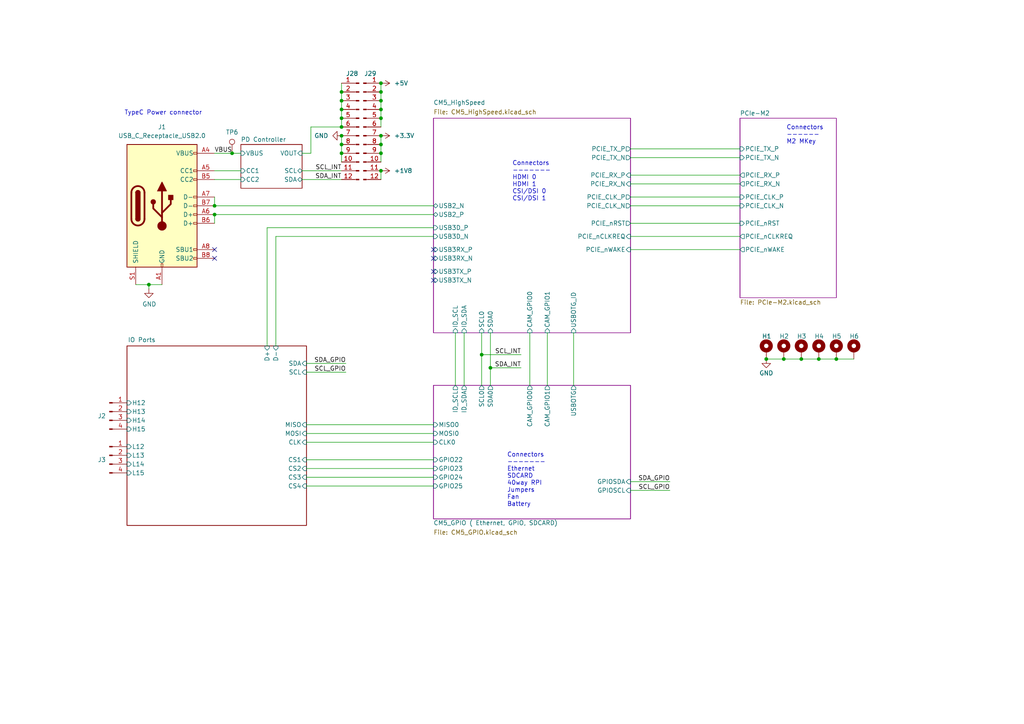
<source format=kicad_sch>
(kicad_sch (version 20231120) (generator "eeschema") (generator_version "8.0")
  (paper "A4")
  (title_block (title "Compute Module 5 IO Board - Top Level") (rev "1") (company "Copyright © 2024 Raspberry Pi Ltd.") (comment 1 "www.raspberrypi.com"))
  (lib_symbols
    (symbol "Connector:Conn_01x04_Pin" (pin_names (offset 1.016) hide)
      (property "Reference" "J" (at 0 5.08 0))
      (property "Value" "Conn_01x04_Pin" (at 0 -7.62 0))
      (symbol "Conn_01x04_Pin_1_1"
        (polyline (pts (xy 1.27 -5.08) (xy 0.8636 -5.08)) (stroke (width 0.1524)))
        (polyline (pts (xy 1.27 -2.54) (xy 0.8636 -2.54)) (stroke (width 0.1524)))
        (polyline (pts (xy 1.27 0) (xy 0.8636 0)) (stroke (width 0.1524)))
        (polyline (pts (xy 1.27 2.54) (xy 0.8636 2.54)) (stroke (width 0.1524)))
        (rectangle (start 0.8636 -4.953) (end 0 -5.207) (stroke (width 0.1524)) (fill (type outline)))
        (rectangle (start 0.8636 -2.413) (end 0 -2.667) (stroke (width 0.1524)) (fill (type outline)))
        (rectangle (start 0.8636 0.127) (end 0 -0.127) (stroke (width 0.1524)) (fill (type outline)))
        (rectangle (start 0.8636 2.667) (end 0 2.413) (stroke (width 0.1524)) (fill (type outline)))
        (pin passive line (at 5.08 2.54 180) (length 3.81) (name "Pin_1") (number "1"))
        (pin passive line (at 5.08 0 180) (length 3.81) (name "Pin_2") (number "2"))
        (pin passive line (at 5.08 -2.54 180) (length 3.81) (name "Pin_3") (number "3"))
        (pin passive line (at 5.08 -5.08 180) (length 3.81) (name "Pin_4") (number "4"))
      )
    )
    (symbol "Connector:Conn_01x12_Pin" (pin_names (offset 1.016) hide)
      (property "Reference" "J" (at 0 15.24 0))
      (property "Value" "Conn_01x12_Pin" (at 0 -17.78 0))
      (symbol "Conn_01x12_Pin_1_1"
        (polyline (pts (xy 1.27 -15.24) (xy 0.8636 -15.24)) (stroke (width 0.1524)))
        (polyline (pts (xy 1.27 -12.7) (xy 0.8636 -12.7)) (stroke (width 0.1524)))
        (polyline (pts (xy 1.27 -10.16) (xy 0.8636 -10.16)) (stroke (width 0.1524)))
        (polyline (pts (xy 1.27 -7.62) (xy 0.8636 -7.62)) (stroke (width 0.1524)))
        (polyline (pts (xy 1.27 -5.08) (xy 0.8636 -5.08)) (stroke (width 0.1524)))
        (polyline (pts (xy 1.27 -2.54) (xy 0.8636 -2.54)) (stroke (width 0.1524)))
        (polyline (pts (xy 1.27 0) (xy 0.8636 0)) (stroke (width 0.1524)))
        (polyline (pts (xy 1.27 2.54) (xy 0.8636 2.54)) (stroke (width 0.1524)))
        (polyline (pts (xy 1.27 5.08) (xy 0.8636 5.08)) (stroke (width 0.1524)))
        (polyline (pts (xy 1.27 7.62) (xy 0.8636 7.62)) (stroke (width 0.1524)))
        (polyline (pts (xy 1.27 10.16) (xy 0.8636 10.16)) (stroke (width 0.1524)))
        (polyline (pts (xy 1.27 12.7) (xy 0.8636 12.7)) (stroke (width 0.1524)))
        (rectangle (start 0.8636 -15.113) (end 0 -15.367) (stroke (width 0.1524)) (fill (type outline)))
        (rectangle (start 0.8636 -12.573) (end 0 -12.827) (stroke (width 0.1524)) (fill (type outline)))
        (rectangle (start 0.8636 -10.033) (end 0 -10.287) (stroke (width 0.1524)) (fill (type outline)))
        (rectangle (start 0.8636 -7.493) (end 0 -7.747) (stroke (width 0.1524)) (fill (type outline)))
        (rectangle (start 0.8636 -4.953) (end 0 -5.207) (stroke (width 0.1524)) (fill (type outline)))
        (rectangle (start 0.8636 -2.413) (end 0 -2.667) (stroke (width 0.1524)) (fill (type outline)))
        (rectangle (start 0.8636 0.127) (end 0 -0.127) (stroke (width 0.1524)) (fill (type outline)))
        (rectangle (start 0.8636 2.667) (end 0 2.413) (stroke (width 0.1524)) (fill (type outline)))
        (rectangle (start 0.8636 5.207) (end 0 4.953) (stroke (width 0.1524)) (fill (type outline)))
        (rectangle (start 0.8636 7.747) (end 0 7.493) (stroke (width 0.1524)) (fill (type outline)))
        (rectangle (start 0.8636 10.287) (end 0 10.033) (stroke (width 0.1524)) (fill (type outline)))
        (rectangle (start 0.8636 12.827) (end 0 12.573) (stroke (width 0.1524)) (fill (type outline)))
        (pin passive line (at 5.08 12.7 180) (length 3.81) (name "Pin_1") (number "1"))
        (pin passive line (at 5.08 -10.16 180) (length 3.81) (name "Pin_10") (number "10"))
        (pin passive line (at 5.08 -12.7 180) (length 3.81) (name "Pin_11") (number "11"))
        (pin passive line (at 5.08 -15.24 180) (length 3.81) (name "Pin_12") (number "12"))
        (pin passive line (at 5.08 10.16 180) (length 3.81) (name "Pin_2") (number "2"))
        (pin passive line (at 5.08 7.62 180) (length 3.81) (name "Pin_3") (number "3"))
        (pin passive line (at 5.08 5.08 180) (length 3.81) (name "Pin_4") (number "4"))
        (pin passive line (at 5.08 2.54 180) (length 3.81) (name "Pin_5") (number "5"))
        (pin passive line (at 5.08 0 180) (length 3.81) (name "Pin_6") (number "6"))
        (pin passive line (at 5.08 -2.54 180) (length 3.81) (name "Pin_7") (number "7"))
        (pin passive line (at 5.08 -5.08 180) (length 3.81) (name "Pin_8") (number "8"))
        (pin passive line (at 5.08 -7.62 180) (length 3.81) (name "Pin_9") (number "9"))
      )
    )
    (symbol "Connector:TestPoint" (pin_numbers hide) (pin_names (offset 0.762) hide)
      (property "Reference" "TP" (at 0 6.858 0))
      (property "Value" "TestPoint" (at 0 5.08 0))
      (symbol "TestPoint_0_1"
        (circle (center 0 3.302) (radius 0.762))
      )
      (symbol "TestPoint_1_1"
        (pin passive line (at 0 0 90) (length 2.54) (name "1") (number "1"))
      )
    )
    (symbol "Connector:USB_C_Receptacle_USB2.0_16P" (pin_names (offset 1.016))
      (property "Reference" "J" (at 0 22.225 0))
      (property "Value" "USB_C_Receptacle_USB2.0_16P" (at 0 19.685 0))
      (symbol "USB_C_Receptacle_USB2.0_16P_0_0"
        (rectangle (start -0.254 -17.78) (end 0.254 -16.764))
        (rectangle (start 10.16 -14.986) (end 9.144 -15.494))
        (rectangle (start 10.16 -12.446) (end 9.144 -12.954))
        (rectangle (start 10.16 -4.826) (end 9.144 -5.334))
        (rectangle (start 10.16 -2.286) (end 9.144 -2.794))
        (rectangle (start 10.16 0.254) (end 9.144 -0.254))
        (rectangle (start 10.16 2.794) (end 9.144 2.286))
        (rectangle (start 10.16 7.874) (end 9.144 7.366))
        (rectangle (start 10.16 10.414) (end 9.144 9.906))
        (rectangle (start 10.16 15.494) (end 9.144 14.986))
      )
      (symbol "USB_C_Receptacle_USB2.0_16P_0_1"
        (rectangle (start -10.16 17.78) (end 10.16 -17.78) (stroke (width 0.254)) (fill (type background)))
        (arc (start -8.89 -3.81) (mid -6.985 -5.7067) (end -5.08 -3.81) (stroke (width 0.508)))
        (arc (start -7.62 -3.81) (mid -6.985 -4.4423) (end -6.35 -3.81) (stroke (width 0.254)))
        (arc (start -7.62 -3.81) (mid -6.985 -4.4423) (end -6.35 -3.81) (stroke (width 0.254)) (fill (type outline)))
        (rectangle (start -7.62 -3.81) (end -6.35 3.81) (stroke (width 0.254)) (fill (type outline)))
        (arc (start -6.35 3.81) (mid -6.985 4.4423) (end -7.62 3.81) (stroke (width 0.254)))
        (arc (start -6.35 3.81) (mid -6.985 4.4423) (end -7.62 3.81) (stroke (width 0.254)) (fill (type outline)))
        (arc (start -5.08 3.81) (mid -6.985 5.7067) (end -8.89 3.81) (stroke (width 0.508)))
        (circle (center -2.54 1.143) (radius 0.635) (stroke (width 0.254)) (fill (type outline)))
        (circle (center 0 -5.842) (radius 1.27) (fill (type outline)))
        (polyline (pts (xy -8.89 -3.81) (xy -8.89 3.81)) (stroke (width 0.508)))
        (polyline (pts (xy -5.08 3.81) (xy -5.08 -3.81)) (stroke (width 0.508)))
        (polyline (pts (xy 0 -5.842) (xy 0 4.318)) (stroke (width 0.508)))
        (polyline (pts (xy 0 -3.302) (xy -2.54 -0.762) (xy -2.54 0.508)) (stroke (width 0.508)))
        (polyline (pts (xy 0 -2.032) (xy 2.54 0.508) (xy 2.54 1.778)) (stroke (width 0.508)))
        (polyline (pts (xy -1.27 4.318) (xy 0 6.858) (xy 1.27 4.318) (xy -1.27 4.318)) (stroke (width 0.254)) (fill (type outline)))
        (rectangle (start 1.905 1.778) (end 3.175 3.048) (stroke (width 0.254)) (fill (type outline)))
      )
      (symbol "USB_C_Receptacle_USB2.0_16P_1_1"
        (pin passive line (at 0 -22.86 90) (length 5.08) (name "GND") (number "A1"))
        (pin passive line (at 0 -22.86 90) (length 5.08) hide (name "GND") (number "A12"))
        (pin passive line (at 15.24 15.24 180) (length 5.08) (name "VBUS") (number "A4"))
        (pin bidirectional line (at 15.24 10.16 180) (length 5.08) (name "CC1") (number "A5"))
        (pin bidirectional line (at 15.24 -2.54 180) (length 5.08) (name "D+") (number "A6"))
        (pin bidirectional line (at 15.24 2.54 180) (length 5.08) (name "D-") (number "A7"))
        (pin bidirectional line (at 15.24 -12.7 180) (length 5.08) (name "SBU1") (number "A8"))
        (pin passive line (at 15.24 15.24 180) (length 5.08) hide (name "VBUS") (number "A9"))
        (pin passive line (at 0 -22.86 90) (length 5.08) hide (name "GND") (number "B1"))
        (pin passive line (at 0 -22.86 90) (length 5.08) hide (name "GND") (number "B12"))
        (pin passive line (at 15.24 15.24 180) (length 5.08) hide (name "VBUS") (number "B4"))
        (pin bidirectional line (at 15.24 7.62 180) (length 5.08) (name "CC2") (number "B5"))
        (pin bidirectional line (at 15.24 -5.08 180) (length 5.08) (name "D+") (number "B6"))
        (pin bidirectional line (at 15.24 0 180) (length 5.08) (name "D-") (number "B7"))
        (pin bidirectional line (at 15.24 -15.24 180) (length 5.08) (name "SBU2") (number "B8"))
        (pin passive line (at 15.24 15.24 180) (length 5.08) hide (name "VBUS") (number "B9"))
        (pin passive line (at -7.62 -22.86 90) (length 5.08) (name "SHIELD") (number "S1"))
      )
    )
    (symbol "Mechanical:MountingHole_Pad" (pin_numbers hide) (pin_names (offset 1.016) hide) (exclude_from_sim yes) (in_bom no)
      (property "Reference" "H" (at 0 6.35 0))
      (property "Value" "MountingHole_Pad" (at 0 4.445 0))
      (symbol "MountingHole_Pad_0_1"
        (circle (center 0 1.27) (radius 1.27) (stroke (width 1.27)))
      )
      (symbol "MountingHole_Pad_1_1"
        (pin input line (at 0 -2.54 90) (length 2.54) (name "1") (number "1"))
      )
    )
    (symbol "power:+1V8" (power) (pin_numbers hide) (pin_names (offset 0) hide)
      (property "Value" "+1V8" (at 0 3.556 0))
      (symbol "+1V8_0_1"
        (polyline (pts (xy -0.762 1.27) (xy 0 2.54)))
        (polyline (pts (xy 0 0) (xy 0 2.54)))
        (polyline (pts (xy 0 2.54) (xy 0.762 1.27)))
      )
      (symbol "+1V8_1_1"
        (pin power_in line (at 0 0 90) (length 0) (name "~") (number "1"))
      )
    )
    (symbol "power:+3.3V" (power) (pin_numbers hide) (pin_names (offset 0) hide)
      (property "Value" "+3.3V" (at 0 3.556 0))
      (symbol "+3.3V_0_1"
        (polyline (pts (xy -0.762 1.27) (xy 0 2.54)))
        (polyline (pts (xy 0 0) (xy 0 2.54)))
        (polyline (pts (xy 0 2.54) (xy 0.762 1.27)))
      )
      (symbol "+3.3V_1_1"
        (pin power_in line (at 0 0 90) (length 0) (name "~") (number "1"))
      )
    )
    (symbol "power:+5V" (power) (pin_numbers hide) (pin_names (offset 0) hide)
      (property "Value" "+5V" (at 0 3.556 0))
      (symbol "+5V_0_1"
        (polyline (pts (xy -0.762 1.27) (xy 0 2.54)))
        (polyline (pts (xy 0 0) (xy 0 2.54)))
        (polyline (pts (xy 0 2.54) (xy 0.762 1.27)))
      )
      (symbol "+5V_1_1"
        (pin power_in line (at 0 0 90) (length 0) (name "~") (number "1"))
      )
    )
    (symbol "power:GND" (power) (pin_numbers hide) (pin_names (offset 0) hide)
      (property "Value" "GND" (at 0 -3.81 0))
      (symbol "GND_0_1"
        (polyline (pts (xy 0 0) (xy 0 -1.27) (xy 1.27 -1.27) (xy 0 -2.54) (xy -1.27 -1.27) (xy 0 -1.27)))
      )
      (symbol "GND_1_1"
        (pin power_in line (at 0 0 270) (length 0) (name "~") (number "1"))
      )
    )
  )
  (junction (at 110.49 44.45))
  (junction (at 242.57 104.14))
  (junction (at 43.18 82.55))
  (junction (at 67.31 44.45))
  (junction (at 99.06 39.37))
  (junction (at 232.41 104.14))
  (junction (at 99.06 44.45))
  (junction (at 99.06 34.29))
  (junction (at 139.7 102.87))
  (junction (at 237.49 104.14))
  (junction (at 110.49 49.53))
  (junction (at 110.49 39.37))
  (junction (at 99.06 36.83))
  (junction (at 227.33 104.14))
  (junction (at 110.49 26.67))
  (junction (at 222.25 104.14))
  (junction (at 99.06 41.91))
  (junction (at 110.49 34.29))
  (junction (at 62.23 59.69))
  (junction (at 110.49 41.91))
  (junction (at 110.49 31.75))
  (junction (at 99.06 26.67))
  (junction (at 110.49 29.21))
  (junction (at 99.06 31.75))
  (junction (at 142.24 106.68))
  (junction (at 99.06 29.21))
  (junction (at 62.23 62.23))
  (junction (at 110.49 24.13))
  (no_connect (at 125.73 81.28))
  (no_connect (at 125.73 72.39))
  (no_connect (at 125.73 74.93))
  (no_connect (at 62.23 74.93))
  (no_connect (at 125.73 78.74))
  (no_connect (at 62.23 72.39))
  (wire (pts (xy 99.06 31.75) (xy 99.06 34.29)))
  (wire (pts (xy 88.9 135.89) (xy 125.73 135.89)))
  (wire (pts (xy 182.88 53.34) (xy 214.63 53.34)))
  (wire (pts (xy 194.31 142.24) (xy 182.88 142.24)))
  (wire (pts (xy 88.9 125.73) (xy 125.73 125.73)))
  (wire (pts (xy 242.57 104.14) (xy 247.65 104.14)))
  (wire (pts (xy 100.33 105.41) (xy 88.9 105.41)))
  (wire (pts (xy 182.88 68.58) (xy 214.63 68.58)))
  (wire (pts (xy 88.9 140.97) (xy 125.73 140.97)))
  (wire (pts (xy 43.18 83.82) (xy 43.18 82.55)))
  (wire (pts (xy 67.31 44.45) (xy 69.85 44.45)))
  (wire (pts (xy 142.24 106.68) (xy 151.13 106.68)))
  (wire (pts (xy 182.88 43.18) (xy 214.63 43.18)))
  (wire (pts (xy 88.9 133.35) (xy 125.73 133.35)))
  (wire (pts (xy 88.9 128.27) (xy 125.73 128.27)))
  (wire (pts (xy 80.01 68.58) (xy 80.01 100.33)))
  (wire (pts (xy 99.06 41.91) (xy 99.06 44.45)))
  (wire (pts (xy 99.06 34.29) (xy 99.06 36.83)))
  (wire (pts (xy 182.88 57.15) (xy 214.63 57.15)))
  (wire (pts (xy 153.67 96.52) (xy 153.67 111.76)))
  (wire (pts (xy 227.33 104.14) (xy 232.41 104.14)))
  (wire (pts (xy 142.24 96.52) (xy 142.24 106.68)))
  (wire (pts (xy 182.88 45.72) (xy 214.63 45.72)))
  (wire (pts (xy 110.49 34.29) (xy 110.49 36.83)))
  (wire (pts (xy 158.75 96.52) (xy 158.75 111.76)))
  (wire (pts (xy 110.49 31.75) (xy 110.49 34.29)))
  (wire (pts (xy 139.7 102.87) (xy 151.13 102.87)))
  (wire (pts (xy 110.49 41.91) (xy 110.49 44.45)))
  (wire (pts (xy 87.63 52.07) (xy 99.06 52.07)))
  (wire (pts (xy 166.37 96.52) (xy 166.37 111.76)))
  (wire (pts (xy 90.17 44.45) (xy 90.17 36.83)))
  (wire (pts (xy 182.88 64.77) (xy 214.63 64.77)))
  (wire (pts (xy 134.62 96.52) (xy 134.62 111.76)))
  (wire (pts (xy 62.23 57.15) (xy 62.23 59.69)))
  (wire (pts (xy 132.08 96.52) (xy 132.08 111.76)))
  (wire (pts (xy 99.06 29.21) (xy 99.06 31.75)))
  (wire (pts (xy 80.01 68.58) (xy 125.73 68.58)))
  (wire (pts (xy 99.06 39.37) (xy 99.06 41.91)))
  (wire (pts (xy 110.49 39.37) (xy 110.49 41.91)))
  (wire (pts (xy 142.24 106.68) (xy 142.24 111.76)))
  (wire (pts (xy 77.47 66.04) (xy 125.73 66.04)))
  (wire (pts (xy 110.49 44.45) (xy 110.49 46.99)))
  (wire (pts (xy 62.23 59.69) (xy 125.73 59.69)))
  (wire (pts (xy 99.06 24.13) (xy 99.06 26.67)))
  (wire (pts (xy 62.23 62.23) (xy 125.73 62.23)))
  (wire (pts (xy 237.49 104.14) (xy 242.57 104.14)))
  (wire (pts (xy 110.49 24.13) (xy 110.49 26.67)))
  (wire (pts (xy 222.25 104.14) (xy 227.33 104.14)))
  (wire (pts (xy 87.63 44.45) (xy 90.17 44.45)))
  (wire (pts (xy 43.18 82.55) (xy 46.99 82.55)))
  (wire (pts (xy 87.63 49.53) (xy 99.06 49.53)))
  (wire (pts (xy 182.88 59.69) (xy 214.63 59.69)))
  (wire (pts (xy 39.37 82.55) (xy 43.18 82.55)))
  (wire (pts (xy 90.17 36.83) (xy 99.06 36.83)))
  (wire (pts (xy 139.7 96.52) (xy 139.7 102.87)))
  (wire (pts (xy 100.33 107.95) (xy 88.9 107.95)))
  (wire (pts (xy 194.31 139.7) (xy 182.88 139.7)))
  (wire (pts (xy 182.88 50.8) (xy 214.63 50.8)))
  (wire (pts (xy 62.23 44.45) (xy 67.31 44.45)))
  (wire (pts (xy 99.06 44.45) (xy 99.06 46.99)))
  (wire (pts (xy 62.23 52.07) (xy 69.85 52.07)))
  (wire (pts (xy 62.23 49.53) (xy 69.85 49.53)))
  (wire (pts (xy 110.49 49.53) (xy 110.49 52.07)))
  (wire (pts (xy 77.47 66.04) (xy 77.47 100.33)))
  (wire (pts (xy 110.49 29.21) (xy 110.49 31.75)))
  (wire (pts (xy 88.9 123.19) (xy 125.73 123.19)))
  (wire (pts (xy 88.9 138.43) (xy 125.73 138.43)))
  (wire (pts (xy 99.06 26.67) (xy 99.06 29.21)))
  (wire (pts (xy 232.41 104.14) (xy 237.49 104.14)))
  (wire (pts (xy 110.49 26.67) (xy 110.49 29.21)))
  (wire (pts (xy 182.88 72.39) (xy 214.63 72.39)))
  (wire (pts (xy 139.7 102.87) (xy 139.7 111.76)))
  (wire (pts (xy 62.23 62.23) (xy 62.23 64.77)))
  (text "Connectors\n-------\nEthernet\nSDCARD\n40way RPI\nJumpers\nFan\nBattery" (at 147.066 147.066 0) (effects (font (size 1.27 1.27)) (justify left bottom)))
  (text "Connectors\n------\nM2 MKey" (at 228.092 41.91 0) (effects (font (size 1.27 1.27)) (justify left bottom)))
  (text "TypeC Power connector" (at 36.068 33.528 0) (effects (font (size 1.27 1.27)) (justify left bottom)))
  (text "Connectors\n-------\nHDMI 0\nHDMI 1\nCSI/DSI 0\nCSI/DSI 1" (at 148.59 58.42 0) (effects (font (size 1.27 1.27)) (justify left bottom)))
  (label "SCL_INT" (at 99.06 49.53 180))
  (label "SDA_INT" (at 151.13 106.68 180))
  (label "SDA_INT" (at 99.06 52.07 180))
  (label "SDA_GPIO" (at 194.31 139.7 180))
  (label "SCL_INT" (at 151.13 102.87 180))
  (label "VBUS" (at 67.31 44.45 180))
  (label "SDA_GPIO" (at 100.33 105.41 180))
  (label "SCL_GPIO" (at 194.31 142.24 180))
  (label "SCL_GPIO" (at 100.33 107.95 180))
  (symbol (lib_id "power:+1V8") (at 110.49 49.53 270) (unit 1)
    (property "Reference" "#PWR0139" (effects (hide yes)))
    (property "Value" "+1V8" (at 114.3 49.5299 90) (effects (justify left)))
    (property "Description" "Power symbol creates a global label with name \"+1V8\"" (effects (hide yes)))
  )
  (symbol (lib_id "Connector:Conn_01x12_Pin") (at 104.14 36.83 0) (mirror y) (unit 1)
    (property "Reference" "J28" (at 100.33 21.336 0) (effects (justify right)))
    (property "Value" "Conn_01x12_Pin" (effects (hide yes)))
    (property "Footprint" "Connector_PinHeader_1.27mm:PinHeader_1x12_P1.27mm_Vertical" (effects (hide yes)))
    (property "Description" "Generic connector, single row, 01x12, script generated" (effects (hide yes)))
  )
  (symbol (lib_id "Connector:TestPoint") (at 67.31 44.45 0) (unit 1)
    (property "Reference" "TP6" (at 67.31 38.354 0))
    (property "Value" "TestPoint" (effects (hide yes)))
    (property "Footprint" "TestPoint:TestPoint_Pad_D3.0mm" (effects (hide yes)))
    (property "Description" "test point" (effects (hide yes)))
  )
  (symbol (lib_id "power:+3.3V") (at 110.49 39.37 270) (unit 1)
    (property "Reference" "#PWR0138" (effects (hide yes)))
    (property "Value" "+3.3V" (at 114.3 39.3699 90) (effects (justify left)))
    (property "Description" "Power symbol creates a global label with name \"+3.3V\"" (effects (hide yes)))
  )
  (symbol (lib_id "Mechanical:MountingHole_Pad") (at 222.25 101.6 0) (unit 1) (exclude_from_sim yes) (in_bom no)
    (property "Reference" "H1" (at 220.98 97.536 0) (effects (justify left)))
    (property "Value" "MountingHole_Pad" (effects (hide yes)))
    (property "Footprint" "MountingHole:MountingHole_2.7mm_M2.5_DIN965_Pad" (effects (hide yes)))
    (property "Description" "Mounting Hole with connection" (effects (hide yes)))
  )
  (symbol (lib_id "Mechanical:MountingHole_Pad") (at 227.33 101.6 0) (unit 1) (exclude_from_sim yes) (in_bom no)
    (property "Reference" "H2" (at 226.06 97.536 0) (effects (justify left)))
    (property "Value" "MountingHole_Pad" (effects (hide yes)))
    (property "Footprint" "MountingHole:MountingHole_2.7mm_M2.5_DIN965_Pad" (effects (hide yes)))
    (property "Description" "Mounting Hole with connection" (effects (hide yes)))
  )
  (symbol (lib_id "Connector:USB_C_Receptacle_USB2.0_16P") (at 46.99 59.69 0) (unit 1)
    (property "Reference" "J1" (at 46.99 36.83 0))
    (property "Value" "USB_C_Receptacle_USB2.0" (at 46.99 39.37 0))
    (property "Footprint" "Connector_USB:USB_C_Receptacle_Amphenol_12401548E4-2A" (effects (hide yes)))
    (property "Datasheet" "https://www.usb.org/sites/default/files/documents/usb_type-c.zip" (effects (hide yes)))
    (property "Description" "USB 2.0-only 16P Type-C Receptacle connector" (effects (hide yes)))
    (property "Field5" "USBF31-0171" (effects (hide yes)))
    (property "Field6" "USBF31-0171" (effects (hide yes)))
    (property "Field7" "MTCONN" (effects (hide yes)))
    (property "Part Description" "USBC USB2 data and power connector" (effects (hide yes)))
  )
  (symbol (lib_id "power:GND") (at 99.06 39.37 270) (unit 1)
    (property "Reference" "#PWR0141" (effects (hide yes)))
    (property "Value" "GND" (at 95.25 39.3699 90) (effects (justify right)))
    (property "Description" "Power symbol creates a global label with name \"GND\" , ground" (effects (hide yes)))
  )
  (symbol (lib_id "Connector:Conn_01x04_Pin") (at 31.75 132.08 0) (unit 1)
    (property "Reference" "J3" (at 30.734 133.35 0) (effects (justify right)))
    (property "Value" "Conn_01x04_Pin" (effects (hide yes)))
    (property "Footprint" "Connector_PinHeader_1.27mm:PinHeader_1x04_P1.27mm_Vertical" (effects (hide yes)))
    (property "Description" "Generic connector, single row, 01x04, script generated" (effects (hide yes)))
  )
  (symbol (lib_id "Mechanical:MountingHole_Pad") (at 232.41 101.6 0) (unit 1) (exclude_from_sim yes) (in_bom no)
    (property "Reference" "H3" (at 231.14 97.536 0) (effects (justify left)))
    (property "Value" "MountingHole_Pad" (effects (hide yes)))
    (property "Footprint" "MountingHole:MountingHole_2.7mm_M2.5_DIN965_Pad" (effects (hide yes)))
    (property "Description" "Mounting Hole with connection" (effects (hide yes)))
  )
  (symbol (lib_id "Connector:Conn_01x04_Pin") (at 31.75 119.38 0) (unit 1)
    (property "Reference" "J2" (at 30.734 120.65 0) (effects (justify right)))
    (property "Value" "Conn_01x04_Pin" (effects (hide yes)))
    (property "Footprint" "Connector_PinHeader_1.27mm:PinHeader_1x04_P1.27mm_Vertical" (effects (hide yes)))
    (property "Description" "Generic connector, single row, 01x04, script generated" (effects (hide yes)))
  )
  (symbol (lib_id "Connector:Conn_01x12_Pin") (at 105.41 36.83 0) (unit 1)
    (property "Reference" "J29" (at 109.22 21.336 0) (effects (justify right)))
    (property "Value" "Conn_01x12_Pin" (effects (hide yes)))
    (property "Footprint" "Connector_PinHeader_1.27mm:PinHeader_1x12_P1.27mm_Vertical" (effects (hide yes)))
    (property "Description" "Generic connector, single row, 01x12, script generated" (effects (hide yes)))
  )
  (symbol (lib_id "Mechanical:MountingHole_Pad") (at 247.65 101.6 0) (unit 1) (exclude_from_sim yes) (in_bom no)
    (property "Reference" "H6" (at 246.38 97.536 0) (effects (justify left)))
    (property "Value" "MountingHole_Pad" (effects (hide yes)))
    (property "Footprint" "MountingHole:MountingHole_2.7mm_M2.5_DIN965_Pad" (effects (hide yes)))
    (property "Description" "Mounting Hole with connection" (effects (hide yes)))
  )
  (symbol (lib_id "Mechanical:MountingHole_Pad") (at 237.49 101.6 0) (unit 1) (exclude_from_sim yes) (in_bom no)
    (property "Reference" "H4" (at 236.22 97.536 0) (effects (justify left)))
    (property "Value" "MountingHole_Pad" (effects (hide yes)))
    (property "Footprint" "MountingHole:MountingHole_2.7mm_M2.5_DIN965_Pad" (effects (hide yes)))
    (property "Description" "Mounting Hole with connection" (effects (hide yes)))
  )
  (symbol (lib_id "power:GND") (at 43.18 83.82 0) (unit 1)
    (property "Reference" "#PWR01" (effects (hide yes)))
    (property "Value" "GND" (at 43.307 88.2142 0))
    (property "Description" "Power symbol creates a global label with name \"GND\" , ground" (effects (hide yes)))
  )
  (symbol (lib_id "Mechanical:MountingHole_Pad") (at 242.57 101.6 0) (unit 1) (exclude_from_sim yes) (in_bom no)
    (property "Reference" "H5" (at 241.3 97.536 0) (effects (justify left)))
    (property "Value" "MountingHole_Pad" (effects (hide yes)))
    (property "Footprint" "MountingHole:MountingHole_2.7mm_M2.5_DIN965_Pad" (effects (hide yes)))
    (property "Description" "Mounting Hole with connection" (effects (hide yes)))
  )
  (symbol (lib_id "power:GND") (at 222.25 104.14 0) (unit 1)
    (property "Reference" "#PWR02" (effects (hide yes)))
    (property "Value" "GND" (at 220.218 108.204 0) (effects (justify left)))
    (property "Description" "Power symbol creates a global label with name \"GND\" , ground" (effects (hide yes)))
  )
  (symbol (lib_id "power:+5V") (at 110.49 24.13 270) (unit 1)
    (property "Reference" "#PWR0140" (effects (hide yes)))
    (property "Value" "+5V" (at 114.3 24.1299 90) (effects (justify left)))
    (property "Description" "Power symbol creates a global label with name \"+5V\"" (effects (hide yes)))
  )
  (sheet (at 125.73 111.76) (size 57.15 38.735) (stroke (width 0.1524) (color 132 0 132 1)) (fill (color 255 255 255 0.0000))
    (property "Sheetname" "CM5_GPIO ( Ethernet, GPIO, SDCARD)" (at 125.73 152.4 0) (effects (justify left bottom)))
    (property "Sheetfile" "CM5_GPIO.kicad_sch" (at 125.73 153.67 0) (effects (justify left top)))
    (pin "CAM_GPIO0" output (at 153.67 111.76 90))
    (pin "CAM_GPIO1" output (at 158.75 111.76 90))
    (pin "USBOTG" output (at 166.37 111.76 90))
    (pin "GPIOSDA" input (at 182.88 139.7 0))
    (pin "GPIOSCL" input (at 182.88 142.24 0))
    (pin "ID_SCL" output (at 132.08 111.76 90))
    (pin "MISO0" input (at 125.73 123.19 180))
    (pin "MOSI0" input (at 125.73 125.73 180))
    (pin "CLK0" input (at 125.73 128.27 180))
    (pin "ID_SDA" output (at 134.62 111.76 90))
    (pin "SDA0" output (at 142.24 111.76 90))
    (pin "SCL0" output (at 139.7 111.76 90))
    (pin "GPIO25" input (at 125.73 140.97 180))
    (pin "GPIO24" input (at 125.73 138.43 180))
    (pin "GPIO22" input (at 125.73 133.35 180))
    (pin "GPIO23" input (at 125.73 135.89 180))
  )
  (sheet (at 125.73 34.29) (size 57.15 62.23) (stroke (width 0.1524) (color 132 0 132 1)) (fill (color 255 255 255 0.0000))
    (property "Sheetname" "CM5_HighSpeed" (at 125.73 30.48 0) (effects (justify left bottom)))
    (property "Sheetfile" "CM5_HighSpeed.kicad_sch" (at 125.73 31.75 0) (effects (justify left top)))
    (pin "USB2_N" bidirectional (at 125.73 59.69 180))
    (pin "USB2_P" bidirectional (at 125.73 62.23 180))
    (pin "PCIE_CLK_P" output (at 182.88 57.15 0))
    (pin "PCIE_CLK_N" output (at 182.88 59.69 0))
    (pin "PCIE_TX_P" output (at 182.88 43.18 0))
    (pin "PCIE_TX_N" output (at 182.88 45.72 0))
    (pin "PCIE_nRST" output (at 182.88 64.77 0))
    (pin "PCIE_RX_P" input (at 182.88 50.8 0))
    (pin "PCIE_RX_N" input (at 182.88 53.34 0))
    (pin "PCIE_nCLKREQ" input (at 182.88 68.58 0))
    (pin "USBOTG_ID" input (at 166.37 96.52 270))
    (pin "PCIE_nWAKE" input (at 182.88 72.39 0))
    (pin "CAM_GPIO0" input (at 153.67 96.52 270))
    (pin "CAM_GPIO1" input (at 158.75 96.52 270))
    (pin "SCL0" input (at 139.7 96.52 270))
    (pin "SDA0" input (at 142.24 96.52 270))
    (pin "ID_SCL" input (at 132.08 96.52 270))
    (pin "ID_SDA" input (at 134.62 96.52 270))
    (pin "USB3D_P" input (at 125.73 66.04 180))
    (pin "USB3D_N" input (at 125.73 68.58 180))
    (pin "USB3RX_P" input (at 125.73 72.39 180))
    (pin "USB3RX_N" input (at 125.73 74.93 180))
    (pin "USB3TX_P" input (at 125.73 78.74 180))
    (pin "USB3TX_N" input (at 125.73 81.28 180))
  )
  (sheet (at 214.63 34.29) (size 27.94 52.07) (stroke (width 0.152) (color 132 0 132 1)) (fill (color 255 255 255 0.0000))
    (property "Sheetname" "PCIe-M2" (at 214.63 33.5786 0) (effects (justify left bottom)))
    (property "Sheetfile" "PCIe-M2.kicad_sch" (at 214.63 86.9444 0) (effects (justify left top)))
    (pin "PCIE_CLK_P" input (at 214.63 57.15 180))
    (pin "PCIE_CLK_N" input (at 214.63 59.69 180))
    (pin "PCIE_TX_P" input (at 214.63 43.18 180))
    (pin "PCIE_TX_N" input (at 214.63 45.72 180))
    (pin "PCIE_nCLKREQ" output (at 214.63 68.58 180))
    (pin "PCIE_nRST" input (at 214.63 64.77 180))
    (pin "PCIE_RX_P" output (at 214.63 50.8 180))
    (pin "PCIE_RX_N" output (at 214.63 53.34 180))
    (pin "PCIE_nWAKE" output (at 214.63 72.39 180))
  )
  (sheet (at 36.83 100.33) (size 52.07 52.07) (stroke (width 0.1524))
    (property "Sheetname" "IO Ports" (at 37.084 99.314 0) (effects (justify left bottom)))
    (property "Sheetfile" "IOPorts.kicad_sch" (effects (hide yes)))
    (pin "L13" input (at 36.83 132.08 180))
    (pin "L14" input (at 36.83 134.62 180))
    (pin "L12" input (at 36.83 129.54 180))
    (pin "L15" input (at 36.83 137.16 180))
    (pin "H15" input (at 36.83 124.46 180))
    (pin "H13" input (at 36.83 119.38 180))
    (pin "H14" input (at 36.83 121.92 180))
    (pin "H12" input (at 36.83 116.84 180))
    (pin "D+" input (at 77.47 100.33 90))
    (pin "D-" input (at 80.01 100.33 90))
    (pin "SDA" input (at 88.9 105.41 0))
    (pin "SCL" input (at 88.9 107.95 0))
    (pin "CLK" input (at 88.9 128.27 0))
    (pin "MOSI" input (at 88.9 125.73 0))
    (pin "MISO" input (at 88.9 123.19 0))
    (pin "CS4" input (at 88.9 140.97 0))
    (pin "CS1" input (at 88.9 133.35 0))
    (pin "CS3" input (at 88.9 138.43 0))
    (pin "CS2" input (at 88.9 135.89 0))
  )
  (sheet (at 69.85 41.91) (size 17.78 12.7) (stroke (width 0.1524))
    (property "Sheetname" "PD Controller" (at 69.85 41.1984 0) (effects (justify left bottom)))
    (property "Sheetfile" "PD.kicad_sch" (effects (hide yes)))
    (pin "CC1" input (at 69.85 49.53 180))
    (pin "CC2" input (at 69.85 52.07 180))
    (pin "VBUS" input (at 69.85 44.45 180))
    (pin "SCL" bidirectional (at 87.63 49.53 0))
    (pin "SDA" bidirectional (at 87.63 52.07 0))
    (pin "VOUT" input (at 87.63 44.45 0))
  )
)
</source>
